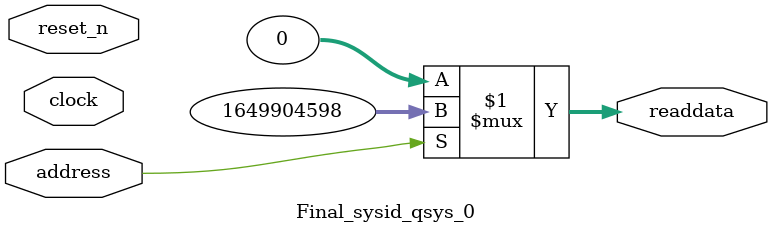
<source format=v>



// synthesis translate_off
`timescale 1ns / 1ps
// synthesis translate_on

// turn off superfluous verilog processor warnings 
// altera message_level Level1 
// altera message_off 10034 10035 10036 10037 10230 10240 10030 

module Final_sysid_qsys_0 (
               // inputs:
                address,
                clock,
                reset_n,

               // outputs:
                readdata
             )
;

  output  [ 31: 0] readdata;
  input            address;
  input            clock;
  input            reset_n;

  wire    [ 31: 0] readdata;
  //control_slave, which is an e_avalon_slave
  assign readdata = address ? 1649904598 : 0;

endmodule



</source>
